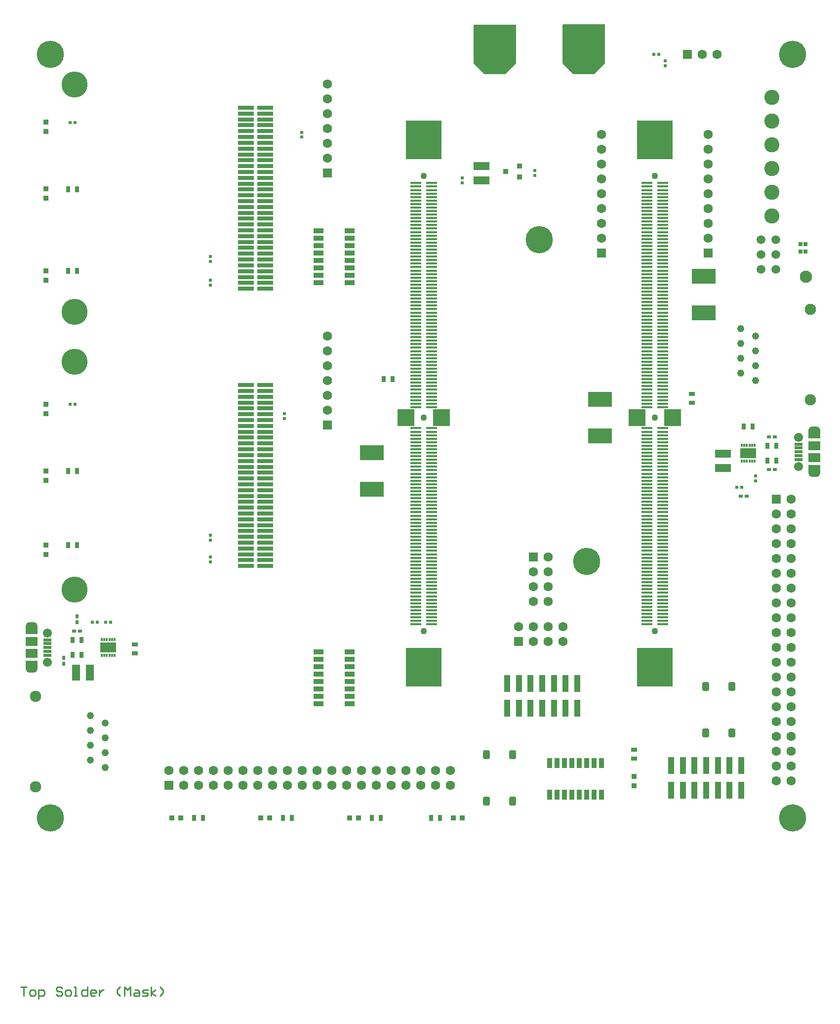
<source format=gbr>
G04 Layer_Color=8388736*
%FSLAX24Y24*%
%MOIN*%
%TF.FileFunction,Soldermask,Top*%
%TF.Part,Single*%
G01*
G75*
%TA.AperFunction,NonConductor*%
%ADD45C,0.0100*%
%TA.AperFunction,SMDPad,CuDef*%
%ADD83R,0.0394X0.0316*%
%ADD84R,0.0316X0.0394*%
%ADD85R,0.0276X0.0237*%
%ADD86R,0.0237X0.0276*%
%ADD87R,0.0670X0.0339*%
%ADD88R,0.0339X0.0670*%
G04:AMPARAMS|DCode=89|XSize=61mil|YSize=49mil|CornerRadius=13.2mil|HoleSize=0mil|Usage=FLASHONLY|Rotation=90.000|XOffset=0mil|YOffset=0mil|HoleType=Round|Shape=RoundedRectangle|*
%AMROUNDEDRECTD89*
21,1,0.0610,0.0225,0,0,90.0*
21,1,0.0345,0.0490,0,0,90.0*
1,1,0.0265,0.0112,0.0173*
1,1,0.0265,0.0112,-0.0173*
1,1,0.0265,-0.0112,-0.0173*
1,1,0.0265,-0.0112,0.0173*
%
%ADD89ROUNDEDRECTD89*%
%ADD90R,0.0237X0.0245*%
%ADD91R,0.0245X0.0237*%
%ADD92R,0.0257X0.0257*%
%ADD93R,0.0355X0.0355*%
%ADD94R,0.0355X0.0355*%
%ADD95R,0.1615X0.1024*%
%ADD96R,0.0138X0.0197*%
%ADD97R,0.1065X0.0710*%
%ADD98R,0.0571X0.1064*%
%ADD99R,0.1064X0.0571*%
%ADD100R,0.1103X0.0276*%
%ADD101R,0.0729X0.0178*%
%ADD102R,0.1131X0.1142*%
%ADD103R,0.2402X0.2599*%
%ADD104R,0.0434X0.1123*%
%ADD105R,0.0788X0.0631*%
%ADD106R,0.0571X0.0197*%
%ADD107R,0.0788X0.0512*%
%ADD108R,0.0335X0.0335*%
%ADD109C,0.0827*%
%TA.AperFunction,ViaPad*%
%ADD110C,0.1840*%
%TA.AperFunction,ComponentPad*%
%ADD111C,0.0631*%
%ADD112R,0.0631X0.0631*%
%ADD113C,0.0490*%
%ADD114C,0.0760*%
%ADD115C,0.0040*%
%ADD116R,0.0040X0.0040*%
%ADD117C,0.0434*%
%ADD118R,0.0631X0.0631*%
G04:AMPARAMS|DCode=119|XSize=67mil|YSize=78.8mil|CornerRadius=24mil|HoleSize=0mil|Usage=FLASHONLY|Rotation=270.000|XOffset=0mil|YOffset=0mil|HoleType=Round|Shape=RoundedRectangle|*
%AMROUNDEDRECTD119*
21,1,0.0670,0.0307,0,0,270.0*
21,1,0.0189,0.0788,0,0,270.0*
1,1,0.0481,-0.0154,-0.0094*
1,1,0.0481,-0.0154,0.0094*
1,1,0.0481,0.0154,0.0094*
1,1,0.0481,0.0154,-0.0094*
%
%ADD119ROUNDEDRECTD119*%
%ADD120C,0.0611*%
%ADD121C,0.1024*%
%ADD122C,0.0591*%
%TA.AperFunction,ViaPad*%
%ADD123C,0.2540*%
%ADD124C,0.0220*%
%ADD125C,0.1760*%
G36*
X33405Y55520D02*
X33409Y55519D01*
X33412Y55517D01*
X33415Y55514D01*
X33418Y55511D01*
X33420Y55508D01*
X33421Y55504D01*
X33421Y55500D01*
Y52890D01*
X33421Y52886D01*
X33420Y52882D01*
X33418Y52879D01*
X33415Y52876D01*
X32713Y52174D01*
X32710Y52171D01*
X32707Y52170D01*
X32703Y52168D01*
X32699Y52168D01*
X31299D01*
X31299Y52168D01*
X31295Y52168D01*
X31291Y52170D01*
X31290Y52170D01*
X31288Y52171D01*
X31286Y52173D01*
X31285Y52174D01*
X31285Y52174D01*
X30585Y52874D01*
X30582Y52877D01*
X30580Y52881D01*
X30579Y52884D01*
X30579Y52888D01*
Y55500D01*
X30579Y55504D01*
X30580Y55508D01*
X30582Y55511D01*
X30585Y55514D01*
X30588Y55517D01*
X30591Y55519D01*
X30595Y55520D01*
X30599Y55520D01*
X33401D01*
X33405Y55520D01*
D02*
G37*
G36*
X39406Y55532D02*
X39410Y55530D01*
X39413Y55529D01*
X39416Y55526D01*
X39419Y55523D01*
X39421Y55519D01*
X39422Y55516D01*
X39422Y55512D01*
Y52902D01*
X39422Y52898D01*
X39421Y52894D01*
X39419Y52891D01*
X39416Y52888D01*
X38714Y52186D01*
X38711Y52183D01*
X38708Y52181D01*
X38704Y52180D01*
X38700Y52180D01*
X37300D01*
X37300Y52180D01*
X37296Y52180D01*
X37292Y52181D01*
X37291Y52182D01*
X37289Y52183D01*
X37287Y52185D01*
X37286Y52186D01*
X37286Y52186D01*
X36586Y52886D01*
X36583Y52889D01*
X36581Y52892D01*
X36580Y52896D01*
X36580Y52900D01*
Y55512D01*
X36580Y55516D01*
X36581Y55519D01*
X36583Y55523D01*
X36586Y55526D01*
X36589Y55529D01*
X36592Y55530D01*
X36596Y55532D01*
X36600Y55532D01*
X39402D01*
X39406Y55532D01*
D02*
G37*
D45*
X0Y-9400D02*
X400D01*
X200D01*
Y-10000D01*
X700D02*
X900D01*
X1000Y-9900D01*
Y-9700D01*
X900Y-9600D01*
X700D01*
X600Y-9700D01*
Y-9900D01*
X700Y-10000D01*
X1200Y-10200D02*
Y-9600D01*
X1500D01*
X1599Y-9700D01*
Y-9900D01*
X1500Y-10000D01*
X1200D01*
X2799Y-9500D02*
X2699Y-9400D01*
X2499D01*
X2399Y-9500D01*
Y-9600D01*
X2499Y-9700D01*
X2699D01*
X2799Y-9800D01*
Y-9900D01*
X2699Y-10000D01*
X2499D01*
X2399Y-9900D01*
X3099Y-10000D02*
X3299D01*
X3399Y-9900D01*
Y-9700D01*
X3299Y-9600D01*
X3099D01*
X2999Y-9700D01*
Y-9900D01*
X3099Y-10000D01*
X3599D02*
X3799D01*
X3699D01*
Y-9400D01*
X3599D01*
X4499D02*
Y-10000D01*
X4199D01*
X4099Y-9900D01*
Y-9700D01*
X4199Y-9600D01*
X4499D01*
X4998Y-10000D02*
X4798D01*
X4698Y-9900D01*
Y-9700D01*
X4798Y-9600D01*
X4998D01*
X5098Y-9700D01*
Y-9800D01*
X4698D01*
X5298Y-9600D02*
Y-10000D01*
Y-9800D01*
X5398Y-9700D01*
X5498Y-9600D01*
X5598D01*
X6698Y-10000D02*
X6498Y-9800D01*
Y-9600D01*
X6698Y-9400D01*
X6998Y-10000D02*
Y-9400D01*
X7198Y-9600D01*
X7398Y-9400D01*
Y-10000D01*
X7698Y-9600D02*
X7897D01*
X7997Y-9700D01*
Y-10000D01*
X7698D01*
X7598Y-9900D01*
X7698Y-9800D01*
X7997D01*
X8197Y-10000D02*
X8497D01*
X8597Y-9900D01*
X8497Y-9800D01*
X8297D01*
X8197Y-9700D01*
X8297Y-9600D01*
X8597D01*
X8797Y-10000D02*
Y-9400D01*
Y-9800D02*
X9097Y-9600D01*
X8797Y-9800D02*
X9097Y-10000D01*
X9397D02*
X9597Y-9800D01*
Y-9600D01*
X9397Y-9400D01*
D83*
X41400Y6005D02*
D03*
Y6595D02*
D03*
X7700Y13105D02*
D03*
Y13695D02*
D03*
X45300Y30595D02*
D03*
Y30005D02*
D03*
D84*
X28295Y2000D02*
D03*
X27705D02*
D03*
X23705Y2000D02*
D03*
X24295D02*
D03*
X17705D02*
D03*
X18295D02*
D03*
X11705D02*
D03*
X12295D02*
D03*
X3205Y44400D02*
D03*
X3795D02*
D03*
X3205Y38900D02*
D03*
X3795D02*
D03*
X3205Y25400D02*
D03*
X3795D02*
D03*
X3205Y20400D02*
D03*
X3795D02*
D03*
X24505Y31598D02*
D03*
X25095D02*
D03*
X3505Y14000D02*
D03*
X4095D02*
D03*
X48805Y28400D02*
D03*
X49395D02*
D03*
X50400Y26100D02*
D03*
X50991D02*
D03*
X50405Y27100D02*
D03*
X50995D02*
D03*
X3505Y13000D02*
D03*
X4095D02*
D03*
D85*
X3997Y14600D02*
D03*
X3603D02*
D03*
X48997Y23700D02*
D03*
X48603D02*
D03*
X50897Y25500D02*
D03*
X50503D02*
D03*
X50897Y27700D02*
D03*
X50503D02*
D03*
D86*
X3800Y15597D02*
D03*
Y15203D02*
D03*
X2900Y12403D02*
D03*
Y12797D02*
D03*
D87*
X22214Y13200D02*
D03*
Y12700D02*
D03*
Y12200D02*
D03*
Y11700D02*
D03*
Y11200D02*
D03*
Y10700D02*
D03*
Y10200D02*
D03*
Y9700D02*
D03*
X20100D02*
D03*
Y10200D02*
D03*
Y10700D02*
D03*
Y11200D02*
D03*
Y11700D02*
D03*
Y12200D02*
D03*
Y12700D02*
D03*
Y13200D02*
D03*
X20086Y38100D02*
D03*
Y38600D02*
D03*
Y39100D02*
D03*
Y39600D02*
D03*
Y40100D02*
D03*
Y40600D02*
D03*
Y41100D02*
D03*
Y41600D02*
D03*
X22200D02*
D03*
Y41100D02*
D03*
Y40600D02*
D03*
Y40100D02*
D03*
Y39600D02*
D03*
Y39100D02*
D03*
Y38600D02*
D03*
Y38100D02*
D03*
D88*
X35700Y5700D02*
D03*
X36200D02*
D03*
X36700D02*
D03*
X37200D02*
D03*
X37700D02*
D03*
X38200D02*
D03*
X38700D02*
D03*
X39200D02*
D03*
Y3586D02*
D03*
X38700D02*
D03*
X38200D02*
D03*
X37700D02*
D03*
X37200D02*
D03*
X36700D02*
D03*
X36200D02*
D03*
X35700D02*
D03*
D89*
X47986Y7725D02*
D03*
Y10879D02*
D03*
X46218Y7725D02*
D03*
Y10879D02*
D03*
X31418Y6279D02*
D03*
Y3125D02*
D03*
X33186Y6279D02*
D03*
Y3125D02*
D03*
D90*
X3337Y48900D02*
D03*
X3663D02*
D03*
X43063Y53500D02*
D03*
X42737D02*
D03*
X48337Y24300D02*
D03*
X48663D02*
D03*
X6063Y15200D02*
D03*
X5737D02*
D03*
X4837D02*
D03*
X5163D02*
D03*
X3337Y29900D02*
D03*
X3663D02*
D03*
D91*
X17800Y28937D02*
D03*
Y29263D02*
D03*
X12800Y37937D02*
D03*
Y38263D02*
D03*
X18953Y48255D02*
D03*
Y47928D02*
D03*
X12800Y19273D02*
D03*
Y19600D02*
D03*
Y39537D02*
D03*
Y39863D02*
D03*
Y20737D02*
D03*
Y21063D02*
D03*
X34700Y45337D02*
D03*
Y45663D02*
D03*
X43500Y52737D02*
D03*
Y53063D02*
D03*
X49600Y24737D02*
D03*
Y25063D02*
D03*
X29800Y45163D02*
D03*
Y44837D02*
D03*
D92*
X52977Y40700D02*
D03*
X52623D02*
D03*
X52623Y40200D02*
D03*
X52977D02*
D03*
D93*
X1700Y48930D02*
D03*
Y48300D02*
D03*
Y20415D02*
D03*
Y19785D02*
D03*
Y38915D02*
D03*
Y38285D02*
D03*
Y25415D02*
D03*
Y24785D02*
D03*
Y44430D02*
D03*
Y43800D02*
D03*
X41400Y4815D02*
D03*
Y4185D02*
D03*
X1700Y29915D02*
D03*
Y29285D02*
D03*
D94*
X29185Y2000D02*
D03*
X29815D02*
D03*
X22815D02*
D03*
X22185D02*
D03*
X16815D02*
D03*
X16185D02*
D03*
X10815D02*
D03*
X10185D02*
D03*
D95*
X39100Y27760D02*
D03*
Y30240D02*
D03*
X46100Y38540D02*
D03*
Y36060D02*
D03*
X23700Y26640D02*
D03*
Y24160D02*
D03*
D96*
X48657Y26069D02*
D03*
X48834D02*
D03*
X49011D02*
D03*
X49189D02*
D03*
X49366D02*
D03*
X49543D02*
D03*
Y27132D02*
D03*
X49366D02*
D03*
X49189D02*
D03*
X49011D02*
D03*
X48834D02*
D03*
X48657D02*
D03*
X6343Y12969D02*
D03*
X6166D02*
D03*
X5989D02*
D03*
X5811D02*
D03*
X5634D02*
D03*
X5457D02*
D03*
Y14031D02*
D03*
X5634D02*
D03*
X5811D02*
D03*
X5989D02*
D03*
X6166D02*
D03*
X6343D02*
D03*
D97*
X49100Y26600D02*
D03*
X5900Y13500D02*
D03*
D98*
X3718Y11800D02*
D03*
X4682D02*
D03*
D99*
X47400Y26582D02*
D03*
Y25618D02*
D03*
X31100Y45982D02*
D03*
Y45018D02*
D03*
D100*
X16499Y18995D02*
D03*
X15200D02*
D03*
X16499Y19389D02*
D03*
X15200D02*
D03*
X16499Y19783D02*
D03*
X15200D02*
D03*
X16499Y20176D02*
D03*
X15200D02*
D03*
X16499Y20570D02*
D03*
X15200D02*
D03*
X16499Y20964D02*
D03*
X15200D02*
D03*
X16499Y21357D02*
D03*
X15200D02*
D03*
X16499Y21751D02*
D03*
X15200D02*
D03*
X16499Y22145D02*
D03*
X15200D02*
D03*
X16499Y22539D02*
D03*
X15200D02*
D03*
X16499Y22932D02*
D03*
X15200D02*
D03*
X16499Y23326D02*
D03*
X15200D02*
D03*
X16499Y23720D02*
D03*
X15200D02*
D03*
X16499Y24113D02*
D03*
X15200D02*
D03*
X16499Y24507D02*
D03*
X15200D02*
D03*
X16499Y24901D02*
D03*
X15200D02*
D03*
X16499Y25294D02*
D03*
X15200D02*
D03*
X16499Y25688D02*
D03*
X15200D02*
D03*
X16499Y26082D02*
D03*
X15200D02*
D03*
X16499Y26476D02*
D03*
X15200D02*
D03*
X16499Y26869D02*
D03*
X15200D02*
D03*
X16499Y27263D02*
D03*
X15200D02*
D03*
X16499Y27657D02*
D03*
X15200D02*
D03*
X16499Y28050D02*
D03*
X15200D02*
D03*
X16499Y28444D02*
D03*
X15200D02*
D03*
X16499Y28838D02*
D03*
X15200D02*
D03*
X16499Y29232D02*
D03*
X15200D02*
D03*
X16499Y29625D02*
D03*
X15200D02*
D03*
X16499Y30019D02*
D03*
X15200D02*
D03*
X16499Y30413D02*
D03*
X15200D02*
D03*
X16499Y30806D02*
D03*
X15200D02*
D03*
X16499Y31200D02*
D03*
X15200D02*
D03*
Y49905D02*
D03*
X16499D02*
D03*
X15200Y49511D02*
D03*
X16499D02*
D03*
X15200Y49117D02*
D03*
X16499D02*
D03*
X15200Y48724D02*
D03*
X16499D02*
D03*
X15200Y48330D02*
D03*
X16499D02*
D03*
X15200Y47936D02*
D03*
X16499D02*
D03*
X15200Y47543D02*
D03*
X16499D02*
D03*
X15200Y47149D02*
D03*
X16499D02*
D03*
X15200Y46755D02*
D03*
X16499D02*
D03*
X15200Y46361D02*
D03*
X16499D02*
D03*
X15200Y45968D02*
D03*
X16499D02*
D03*
X15200Y45574D02*
D03*
X16499D02*
D03*
X15200Y45180D02*
D03*
X16499D02*
D03*
X15200Y44787D02*
D03*
X16499D02*
D03*
X15200Y44393D02*
D03*
X16499D02*
D03*
X15200Y43999D02*
D03*
X16499D02*
D03*
X15200Y43606D02*
D03*
X16499D02*
D03*
X15200Y43212D02*
D03*
X16499D02*
D03*
X15200Y42818D02*
D03*
X16499D02*
D03*
X15200Y42424D02*
D03*
X16499D02*
D03*
X15200Y42031D02*
D03*
X16499D02*
D03*
X15200Y41637D02*
D03*
X16499D02*
D03*
X15200Y41243D02*
D03*
X16499D02*
D03*
X15200Y40850D02*
D03*
X16499D02*
D03*
X15200Y40456D02*
D03*
X16499D02*
D03*
X15200Y40062D02*
D03*
X16499D02*
D03*
X15200Y39669D02*
D03*
X16499D02*
D03*
X15200Y39275D02*
D03*
X16499D02*
D03*
X15200Y38881D02*
D03*
X16499D02*
D03*
X15200Y38487D02*
D03*
X16499D02*
D03*
X15200Y38094D02*
D03*
X16499D02*
D03*
X15200Y37700D02*
D03*
X16499D02*
D03*
D101*
X43343Y15063D02*
D03*
Y15299D02*
D03*
Y15535D02*
D03*
Y15772D02*
D03*
Y16008D02*
D03*
Y16244D02*
D03*
Y16480D02*
D03*
Y16717D02*
D03*
Y16953D02*
D03*
Y17189D02*
D03*
Y17425D02*
D03*
Y17661D02*
D03*
Y17898D02*
D03*
Y18134D02*
D03*
Y18370D02*
D03*
Y18606D02*
D03*
Y18843D02*
D03*
Y19079D02*
D03*
Y19315D02*
D03*
Y19551D02*
D03*
Y19787D02*
D03*
Y20024D02*
D03*
Y20260D02*
D03*
Y20496D02*
D03*
Y20732D02*
D03*
Y20969D02*
D03*
Y21205D02*
D03*
Y21441D02*
D03*
Y21677D02*
D03*
Y21913D02*
D03*
Y22150D02*
D03*
Y22386D02*
D03*
Y22622D02*
D03*
Y22858D02*
D03*
Y23094D02*
D03*
Y23331D02*
D03*
Y23567D02*
D03*
Y23803D02*
D03*
Y24039D02*
D03*
Y24276D02*
D03*
Y24512D02*
D03*
Y24748D02*
D03*
Y24984D02*
D03*
Y25220D02*
D03*
Y25457D02*
D03*
Y25693D02*
D03*
Y25929D02*
D03*
Y26165D02*
D03*
Y26402D02*
D03*
Y26638D02*
D03*
Y26874D02*
D03*
Y27110D02*
D03*
Y27346D02*
D03*
Y27583D02*
D03*
Y27819D02*
D03*
Y28055D02*
D03*
Y28291D02*
D03*
Y29709D02*
D03*
Y29945D02*
D03*
Y30181D02*
D03*
Y30417D02*
D03*
Y30654D02*
D03*
Y30890D02*
D03*
Y31126D02*
D03*
Y31362D02*
D03*
Y31598D02*
D03*
Y31835D02*
D03*
Y32071D02*
D03*
Y32307D02*
D03*
Y32543D02*
D03*
Y32780D02*
D03*
Y33016D02*
D03*
Y33252D02*
D03*
Y33488D02*
D03*
Y33724D02*
D03*
Y33961D02*
D03*
Y34197D02*
D03*
Y34433D02*
D03*
Y34669D02*
D03*
Y34906D02*
D03*
Y35142D02*
D03*
Y35378D02*
D03*
Y35614D02*
D03*
Y35850D02*
D03*
Y36087D02*
D03*
Y36323D02*
D03*
Y36559D02*
D03*
Y36795D02*
D03*
Y37032D02*
D03*
Y37268D02*
D03*
Y37504D02*
D03*
Y37740D02*
D03*
Y37976D02*
D03*
Y38213D02*
D03*
Y38449D02*
D03*
Y38685D02*
D03*
Y38921D02*
D03*
Y39157D02*
D03*
Y39394D02*
D03*
Y39630D02*
D03*
Y39866D02*
D03*
Y40102D02*
D03*
Y40339D02*
D03*
Y40575D02*
D03*
Y40811D02*
D03*
Y41047D02*
D03*
Y41283D02*
D03*
Y41520D02*
D03*
Y41756D02*
D03*
Y41992D02*
D03*
Y42228D02*
D03*
Y42465D02*
D03*
Y42701D02*
D03*
Y42937D02*
D03*
Y43173D02*
D03*
Y43409D02*
D03*
Y43646D02*
D03*
Y43882D02*
D03*
Y44118D02*
D03*
Y44354D02*
D03*
Y44591D02*
D03*
Y44827D02*
D03*
X42257D02*
D03*
Y44591D02*
D03*
Y44354D02*
D03*
Y44118D02*
D03*
Y43882D02*
D03*
Y43646D02*
D03*
Y43409D02*
D03*
Y43173D02*
D03*
Y42937D02*
D03*
Y42701D02*
D03*
Y42465D02*
D03*
Y42228D02*
D03*
Y41992D02*
D03*
Y41756D02*
D03*
Y41520D02*
D03*
Y41283D02*
D03*
Y41047D02*
D03*
Y40811D02*
D03*
Y40575D02*
D03*
Y40339D02*
D03*
Y40102D02*
D03*
Y39866D02*
D03*
Y39630D02*
D03*
Y39394D02*
D03*
Y39157D02*
D03*
Y38921D02*
D03*
Y38685D02*
D03*
Y38449D02*
D03*
Y38213D02*
D03*
Y37976D02*
D03*
Y37740D02*
D03*
Y37504D02*
D03*
Y37268D02*
D03*
Y37032D02*
D03*
Y36795D02*
D03*
Y36559D02*
D03*
Y36323D02*
D03*
Y36087D02*
D03*
Y35850D02*
D03*
Y35614D02*
D03*
Y35378D02*
D03*
Y35142D02*
D03*
Y34906D02*
D03*
Y34669D02*
D03*
Y34433D02*
D03*
Y34197D02*
D03*
Y33961D02*
D03*
Y33724D02*
D03*
Y33488D02*
D03*
Y33252D02*
D03*
Y33016D02*
D03*
Y32780D02*
D03*
Y32543D02*
D03*
Y32307D02*
D03*
Y32071D02*
D03*
Y31835D02*
D03*
Y31598D02*
D03*
Y31362D02*
D03*
Y31126D02*
D03*
Y30890D02*
D03*
Y30654D02*
D03*
Y30417D02*
D03*
Y30181D02*
D03*
Y29945D02*
D03*
Y29709D02*
D03*
Y28291D02*
D03*
Y28055D02*
D03*
Y27819D02*
D03*
Y27583D02*
D03*
Y27346D02*
D03*
Y27110D02*
D03*
Y26874D02*
D03*
Y26638D02*
D03*
Y26402D02*
D03*
Y26165D02*
D03*
Y25929D02*
D03*
Y25693D02*
D03*
Y25457D02*
D03*
Y25220D02*
D03*
Y24984D02*
D03*
Y24748D02*
D03*
Y24512D02*
D03*
Y24276D02*
D03*
Y24039D02*
D03*
Y23803D02*
D03*
Y23567D02*
D03*
Y23331D02*
D03*
Y23094D02*
D03*
Y22858D02*
D03*
Y22622D02*
D03*
Y22386D02*
D03*
Y22150D02*
D03*
Y21913D02*
D03*
Y21677D02*
D03*
Y21441D02*
D03*
Y21205D02*
D03*
Y20969D02*
D03*
Y20732D02*
D03*
Y20496D02*
D03*
Y20260D02*
D03*
Y20024D02*
D03*
Y19787D02*
D03*
Y19551D02*
D03*
Y19315D02*
D03*
Y19079D02*
D03*
Y18843D02*
D03*
Y18606D02*
D03*
Y18370D02*
D03*
Y18134D02*
D03*
Y17898D02*
D03*
Y17661D02*
D03*
Y17425D02*
D03*
Y17189D02*
D03*
Y16953D02*
D03*
Y16717D02*
D03*
Y16480D02*
D03*
Y16244D02*
D03*
Y16008D02*
D03*
Y15772D02*
D03*
Y15535D02*
D03*
Y15299D02*
D03*
Y15063D02*
D03*
X26657D02*
D03*
Y15299D02*
D03*
Y15535D02*
D03*
Y15772D02*
D03*
Y16008D02*
D03*
Y16244D02*
D03*
Y16480D02*
D03*
Y16717D02*
D03*
Y16953D02*
D03*
Y17189D02*
D03*
Y17425D02*
D03*
Y17661D02*
D03*
Y17898D02*
D03*
Y18134D02*
D03*
Y18370D02*
D03*
Y18606D02*
D03*
Y18843D02*
D03*
Y19079D02*
D03*
Y19315D02*
D03*
Y19551D02*
D03*
Y19787D02*
D03*
Y20024D02*
D03*
Y20260D02*
D03*
Y20496D02*
D03*
Y20732D02*
D03*
Y20969D02*
D03*
Y21205D02*
D03*
Y21441D02*
D03*
Y21677D02*
D03*
Y21913D02*
D03*
Y22150D02*
D03*
Y22386D02*
D03*
Y22622D02*
D03*
Y22858D02*
D03*
Y23094D02*
D03*
Y23331D02*
D03*
Y23567D02*
D03*
Y23803D02*
D03*
Y24039D02*
D03*
Y24276D02*
D03*
Y24512D02*
D03*
Y24748D02*
D03*
Y24984D02*
D03*
Y25220D02*
D03*
Y25457D02*
D03*
Y25693D02*
D03*
Y25929D02*
D03*
Y26165D02*
D03*
Y26402D02*
D03*
Y26638D02*
D03*
Y26874D02*
D03*
Y27110D02*
D03*
Y27346D02*
D03*
Y27583D02*
D03*
Y27819D02*
D03*
Y28055D02*
D03*
Y28291D02*
D03*
Y29709D02*
D03*
Y29945D02*
D03*
Y30181D02*
D03*
Y30417D02*
D03*
Y30654D02*
D03*
Y30890D02*
D03*
Y31126D02*
D03*
Y31362D02*
D03*
Y31598D02*
D03*
Y31835D02*
D03*
Y32071D02*
D03*
Y32307D02*
D03*
Y32543D02*
D03*
Y32780D02*
D03*
Y33016D02*
D03*
Y33252D02*
D03*
Y33488D02*
D03*
Y33724D02*
D03*
Y33961D02*
D03*
Y34197D02*
D03*
Y34433D02*
D03*
Y34669D02*
D03*
Y34906D02*
D03*
Y35142D02*
D03*
Y35378D02*
D03*
Y35614D02*
D03*
Y35850D02*
D03*
Y36087D02*
D03*
Y36323D02*
D03*
Y36559D02*
D03*
Y36795D02*
D03*
Y37032D02*
D03*
Y37268D02*
D03*
Y37504D02*
D03*
Y37740D02*
D03*
Y37976D02*
D03*
Y38213D02*
D03*
Y38449D02*
D03*
Y38685D02*
D03*
Y38921D02*
D03*
Y39157D02*
D03*
Y39394D02*
D03*
Y39630D02*
D03*
Y39866D02*
D03*
Y40102D02*
D03*
Y40339D02*
D03*
Y40575D02*
D03*
Y40811D02*
D03*
Y41047D02*
D03*
Y41283D02*
D03*
Y41520D02*
D03*
Y41756D02*
D03*
Y41992D02*
D03*
Y42228D02*
D03*
Y42465D02*
D03*
Y42701D02*
D03*
Y42937D02*
D03*
Y43173D02*
D03*
Y43409D02*
D03*
Y43646D02*
D03*
Y43882D02*
D03*
Y44118D02*
D03*
Y44354D02*
D03*
Y44591D02*
D03*
Y44827D02*
D03*
X27743D02*
D03*
Y44591D02*
D03*
Y44354D02*
D03*
Y44118D02*
D03*
Y43882D02*
D03*
Y43646D02*
D03*
Y43409D02*
D03*
Y43173D02*
D03*
Y42937D02*
D03*
Y42701D02*
D03*
Y42465D02*
D03*
Y42228D02*
D03*
Y41992D02*
D03*
Y41756D02*
D03*
Y41520D02*
D03*
Y41283D02*
D03*
Y41047D02*
D03*
Y40811D02*
D03*
Y40575D02*
D03*
Y40339D02*
D03*
Y40102D02*
D03*
Y39866D02*
D03*
Y39630D02*
D03*
Y39394D02*
D03*
Y39157D02*
D03*
Y38921D02*
D03*
Y38685D02*
D03*
Y38449D02*
D03*
Y38213D02*
D03*
Y37976D02*
D03*
Y37740D02*
D03*
Y37504D02*
D03*
Y37268D02*
D03*
Y37032D02*
D03*
Y36795D02*
D03*
Y36559D02*
D03*
Y36323D02*
D03*
Y36087D02*
D03*
Y35850D02*
D03*
Y35614D02*
D03*
Y35378D02*
D03*
Y35142D02*
D03*
Y34906D02*
D03*
Y34669D02*
D03*
Y34433D02*
D03*
Y34197D02*
D03*
Y33961D02*
D03*
Y33724D02*
D03*
Y33488D02*
D03*
Y33252D02*
D03*
Y33016D02*
D03*
Y32780D02*
D03*
Y32543D02*
D03*
Y32307D02*
D03*
Y32071D02*
D03*
Y31835D02*
D03*
Y31598D02*
D03*
Y31362D02*
D03*
Y31126D02*
D03*
Y30890D02*
D03*
Y30654D02*
D03*
Y30417D02*
D03*
Y30181D02*
D03*
Y29945D02*
D03*
Y29709D02*
D03*
Y28291D02*
D03*
Y28055D02*
D03*
Y27819D02*
D03*
Y27583D02*
D03*
Y27346D02*
D03*
Y27110D02*
D03*
Y26874D02*
D03*
Y26638D02*
D03*
Y26402D02*
D03*
Y26165D02*
D03*
Y25929D02*
D03*
Y25693D02*
D03*
Y25457D02*
D03*
Y25220D02*
D03*
Y24984D02*
D03*
Y24748D02*
D03*
Y24512D02*
D03*
Y24276D02*
D03*
Y24039D02*
D03*
Y23803D02*
D03*
Y23567D02*
D03*
Y23331D02*
D03*
Y23094D02*
D03*
Y22858D02*
D03*
Y22622D02*
D03*
Y22386D02*
D03*
Y22150D02*
D03*
Y21913D02*
D03*
Y21677D02*
D03*
Y21441D02*
D03*
Y21205D02*
D03*
Y20969D02*
D03*
Y20732D02*
D03*
Y20496D02*
D03*
Y20260D02*
D03*
Y20024D02*
D03*
Y19787D02*
D03*
Y19551D02*
D03*
Y19315D02*
D03*
Y19079D02*
D03*
Y18843D02*
D03*
Y18606D02*
D03*
Y18370D02*
D03*
Y18134D02*
D03*
Y17898D02*
D03*
Y17661D02*
D03*
Y17425D02*
D03*
Y17189D02*
D03*
Y16953D02*
D03*
Y16717D02*
D03*
Y16480D02*
D03*
Y16244D02*
D03*
Y16008D02*
D03*
Y15772D02*
D03*
Y15535D02*
D03*
Y15299D02*
D03*
Y15063D02*
D03*
D102*
X44013Y29000D02*
D03*
X41587D02*
D03*
X25987D02*
D03*
X28413D02*
D03*
D103*
X42800Y12169D02*
D03*
Y47740D02*
D03*
X27200D02*
D03*
Y12169D02*
D03*
D104*
X37562Y11077D02*
D03*
Y9400D02*
D03*
X36775Y11077D02*
D03*
Y9400D02*
D03*
X35987Y11077D02*
D03*
Y9400D02*
D03*
X35200Y11077D02*
D03*
Y9400D02*
D03*
X34413Y11077D02*
D03*
Y9400D02*
D03*
X33625Y11077D02*
D03*
Y9400D02*
D03*
X32838Y11077D02*
D03*
Y9400D02*
D03*
X43900Y3861D02*
D03*
Y5539D02*
D03*
X44687Y3861D02*
D03*
Y5539D02*
D03*
X45475Y3861D02*
D03*
Y5539D02*
D03*
X46262Y3861D02*
D03*
Y5539D02*
D03*
X47050Y3861D02*
D03*
Y5539D02*
D03*
X47837Y3861D02*
D03*
Y5539D02*
D03*
X48624Y3861D02*
D03*
Y5539D02*
D03*
D105*
X737Y13894D02*
D03*
Y13106D02*
D03*
X53563Y27094D02*
D03*
Y26306D02*
D03*
D106*
X1800Y12988D02*
D03*
Y13244D02*
D03*
Y13500D02*
D03*
Y13756D02*
D03*
Y14012D02*
D03*
X52500Y26188D02*
D03*
Y26444D02*
D03*
Y26700D02*
D03*
Y26956D02*
D03*
Y27212D02*
D03*
D107*
X737Y12378D02*
D03*
Y14622D02*
D03*
X53563Y25578D02*
D03*
Y27822D02*
D03*
D108*
X33651Y45226D02*
D03*
Y45974D02*
D03*
X32749Y45600D02*
D03*
D109*
X53000Y38500D02*
D03*
D110*
X38200Y19300D02*
D03*
X52100Y2000D02*
D03*
X2000D02*
D03*
Y53500D02*
D03*
X52100D02*
D03*
X35000Y41000D02*
D03*
D111*
X39200Y41100D02*
D03*
Y48100D02*
D03*
Y47100D02*
D03*
Y46100D02*
D03*
Y45100D02*
D03*
Y44100D02*
D03*
Y43100D02*
D03*
Y42100D02*
D03*
X20700Y51500D02*
D03*
Y50500D02*
D03*
Y49500D02*
D03*
Y48500D02*
D03*
Y46500D02*
D03*
Y47500D02*
D03*
X52000Y23500D02*
D03*
X51000Y22500D02*
D03*
X52000D02*
D03*
X51000Y21500D02*
D03*
X52000D02*
D03*
X51000Y20500D02*
D03*
X52000D02*
D03*
X51000Y19500D02*
D03*
X52000D02*
D03*
X51000Y18500D02*
D03*
X52000D02*
D03*
X51000Y17500D02*
D03*
X52000D02*
D03*
X51000Y16500D02*
D03*
X52000D02*
D03*
X51000Y15500D02*
D03*
X52000D02*
D03*
X51000Y14500D02*
D03*
X52000D02*
D03*
X51000Y13500D02*
D03*
X52000D02*
D03*
X51000Y12500D02*
D03*
X52000D02*
D03*
X51000Y11500D02*
D03*
X52000D02*
D03*
X51000Y10500D02*
D03*
X52000D02*
D03*
X51000Y9500D02*
D03*
X52000D02*
D03*
X51000Y8500D02*
D03*
X52000D02*
D03*
X51000Y7500D02*
D03*
X52000D02*
D03*
X51000Y6500D02*
D03*
X52000D02*
D03*
X51000Y5500D02*
D03*
X52000D02*
D03*
X51000Y4500D02*
D03*
X52000D02*
D03*
X35600Y16600D02*
D03*
X34600D02*
D03*
X35600Y17600D02*
D03*
X34600D02*
D03*
X35600Y18600D02*
D03*
X34600D02*
D03*
X35600Y19600D02*
D03*
X47000Y53500D02*
D03*
X46000D02*
D03*
X20700Y34500D02*
D03*
Y33500D02*
D03*
Y32500D02*
D03*
Y31500D02*
D03*
Y29500D02*
D03*
Y30500D02*
D03*
X46400Y41100D02*
D03*
Y48100D02*
D03*
Y47100D02*
D03*
Y46100D02*
D03*
Y45100D02*
D03*
Y44100D02*
D03*
Y43100D02*
D03*
Y42100D02*
D03*
X29000Y5200D02*
D03*
Y4200D02*
D03*
X28000Y5200D02*
D03*
Y4200D02*
D03*
X27000Y5200D02*
D03*
Y4200D02*
D03*
X26000Y5200D02*
D03*
Y4200D02*
D03*
X25000Y5200D02*
D03*
Y4200D02*
D03*
X24000Y5200D02*
D03*
Y4200D02*
D03*
X23000Y5200D02*
D03*
Y4200D02*
D03*
X22000Y5200D02*
D03*
Y4200D02*
D03*
X21000Y5200D02*
D03*
Y4200D02*
D03*
X20000Y5200D02*
D03*
Y4200D02*
D03*
X19000Y5200D02*
D03*
Y4200D02*
D03*
X18000Y5200D02*
D03*
Y4200D02*
D03*
X17000Y5200D02*
D03*
Y4200D02*
D03*
X16000Y5200D02*
D03*
Y4200D02*
D03*
X15000Y5200D02*
D03*
Y4200D02*
D03*
X14000Y5200D02*
D03*
Y4200D02*
D03*
X13000Y5200D02*
D03*
Y4200D02*
D03*
X12000Y5200D02*
D03*
Y4200D02*
D03*
X11000Y5200D02*
D03*
Y4200D02*
D03*
X10000Y5200D02*
D03*
X36600Y14900D02*
D03*
Y13900D02*
D03*
X35600Y14900D02*
D03*
Y13900D02*
D03*
X34600Y14900D02*
D03*
Y13900D02*
D03*
X33600Y14900D02*
D03*
D112*
X39200Y40100D02*
D03*
X20700Y45500D02*
D03*
X51000Y23500D02*
D03*
X34600Y19600D02*
D03*
X20700Y28500D02*
D03*
X46400Y40100D02*
D03*
D113*
X4700Y8900D02*
D03*
X5700Y8400D02*
D03*
X4700Y7900D02*
D03*
X5700Y7400D02*
D03*
X4700Y6900D02*
D03*
X5700Y6400D02*
D03*
X4700Y5900D02*
D03*
X5700Y5400D02*
D03*
X48600Y35000D02*
D03*
X49600Y34500D02*
D03*
X48600Y34000D02*
D03*
X49600Y33500D02*
D03*
X48600Y33000D02*
D03*
X49600Y32500D02*
D03*
X48600Y32000D02*
D03*
X49600Y31500D02*
D03*
D114*
X1000Y10200D02*
D03*
Y4100D02*
D03*
X53300Y36300D02*
D03*
Y30200D02*
D03*
D115*
X2200Y9400D02*
D03*
Y4900D02*
D03*
X52100Y35500D02*
D03*
Y31000D02*
D03*
X37169Y10239D02*
D03*
X33231D02*
D03*
X44294Y4700D02*
D03*
X48231D02*
D03*
D116*
X15850Y18326D02*
D03*
Y31869D02*
D03*
Y50574D02*
D03*
Y37031D02*
D03*
D117*
X42800Y45299D02*
D03*
Y14591D02*
D03*
Y29000D02*
D03*
X27200D02*
D03*
Y14591D02*
D03*
Y45299D02*
D03*
D118*
X45000Y53500D02*
D03*
X10000Y4200D02*
D03*
X33600Y13900D02*
D03*
D119*
X737Y12122D02*
D03*
Y14878D02*
D03*
X53563Y25322D02*
D03*
Y28078D02*
D03*
D120*
X1800Y14484D02*
D03*
Y12516D02*
D03*
X52500Y27684D02*
D03*
Y25716D02*
D03*
D121*
X50700Y50600D02*
D03*
Y49000D02*
D03*
Y47400D02*
D03*
Y45800D02*
D03*
Y44200D02*
D03*
Y42600D02*
D03*
D122*
X49950Y39000D02*
D03*
X50950D02*
D03*
X49950Y40000D02*
D03*
X50950D02*
D03*
X49950Y41000D02*
D03*
X50950D02*
D03*
D123*
X32000Y53500D02*
D03*
X38000D02*
D03*
D124*
X49100Y26797D02*
D03*
X49454D02*
D03*
Y26403D02*
D03*
X49100D02*
D03*
X48746Y26797D02*
D03*
Y26403D02*
D03*
X6254Y13697D02*
D03*
Y13303D02*
D03*
X5900Y13697D02*
D03*
X5546D02*
D03*
Y13303D02*
D03*
X5900D02*
D03*
D125*
X3645Y17420D02*
D03*
Y32775D02*
D03*
Y51480D02*
D03*
Y36125D02*
D03*
%TF.MD5,8664814eac5664eb8ee7ffd30584b120*%
M02*

</source>
